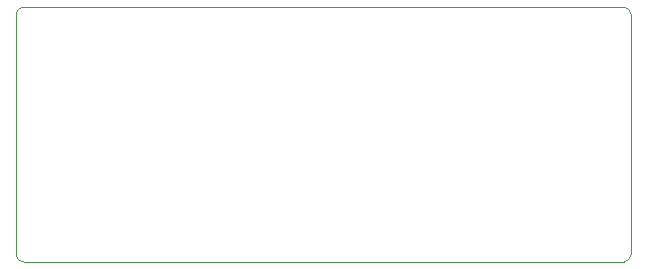
<source format=gbr>
%TF.GenerationSoftware,KiCad,Pcbnew,6.0.2+dfsg-1*%
%TF.CreationDate,2023-01-04T10:20:39-05:00*%
%TF.ProjectId,rp2040-basic-parts,72703230-3430-42d6-9261-7369632d7061,rev?*%
%TF.SameCoordinates,Original*%
%TF.FileFunction,Profile,NP*%
%FSLAX46Y46*%
G04 Gerber Fmt 4.6, Leading zero omitted, Abs format (unit mm)*
G04 Created by KiCad (PCBNEW 6.0.2+dfsg-1) date 2023-01-04 10:20:39*
%MOMM*%
%LPD*%
G01*
G04 APERTURE LIST*
%TA.AperFunction,Profile*%
%ADD10C,0.100000*%
%TD*%
G04 APERTURE END LIST*
D10*
X118110000Y-99695000D02*
G75*
G03*
X117475000Y-100330000I-1J-634999D01*
G01*
X169545000Y-100330000D02*
X169545000Y-120650000D01*
X168910000Y-121285000D02*
X118110000Y-121285000D01*
X117475000Y-120650000D02*
G75*
G03*
X118110000Y-121285000I634999J-1D01*
G01*
X169545000Y-100330000D02*
G75*
G03*
X168910000Y-99695000I-634999J1D01*
G01*
X118110000Y-99695000D02*
X168910000Y-99695000D01*
X117475000Y-120650000D02*
X117475000Y-100330000D01*
X168910000Y-121285000D02*
G75*
G03*
X169545000Y-120650000I1J634999D01*
G01*
M02*

</source>
